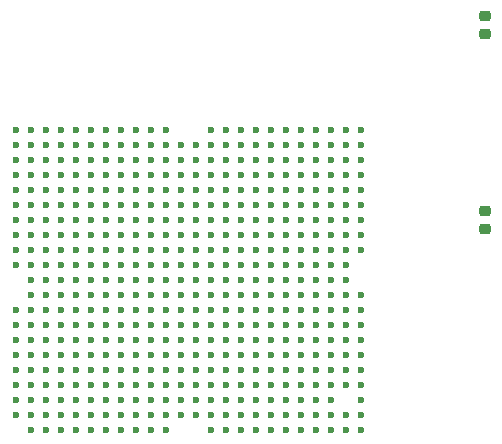
<source format=gbr>
%TF.GenerationSoftware,KiCad,Pcbnew,8.0.2*%
%TF.CreationDate,2024-05-13T17:43:00+03:00*%
%TF.ProjectId,MobileAdapter,4d6f6269-6c65-4416-9461-707465722e6b,rev?*%
%TF.SameCoordinates,Original*%
%TF.FileFunction,Paste,Top*%
%TF.FilePolarity,Positive*%
%FSLAX46Y46*%
G04 Gerber Fmt 4.6, Leading zero omitted, Abs format (unit mm)*
G04 Created by KiCad (PCBNEW 8.0.2) date 2024-05-13 17:43:00*
%MOMM*%
%LPD*%
G01*
G04 APERTURE LIST*
G04 Aperture macros list*
%AMRoundRect*
0 Rectangle with rounded corners*
0 $1 Rounding radius*
0 $2 $3 $4 $5 $6 $7 $8 $9 X,Y pos of 4 corners*
0 Add a 4 corners polygon primitive as box body*
4,1,4,$2,$3,$4,$5,$6,$7,$8,$9,$2,$3,0*
0 Add four circle primitives for the rounded corners*
1,1,$1+$1,$2,$3*
1,1,$1+$1,$4,$5*
1,1,$1+$1,$6,$7*
1,1,$1+$1,$8,$9*
0 Add four rect primitives between the rounded corners*
20,1,$1+$1,$2,$3,$4,$5,0*
20,1,$1+$1,$4,$5,$6,$7,0*
20,1,$1+$1,$6,$7,$8,$9,0*
20,1,$1+$1,$8,$9,$2,$3,0*%
G04 Aperture macros list end*
%ADD10RoundRect,0.225000X0.250000X-0.225000X0.250000X0.225000X-0.250000X0.225000X-0.250000X-0.225000X0*%
%ADD11RoundRect,0.225000X-0.250000X0.225000X-0.250000X-0.225000X0.250000X-0.225000X0.250000X0.225000X0*%
%ADD12C,0.600000*%
G04 APERTURE END LIST*
D10*
%TO.C,R12*%
X138176000Y-69075000D03*
X138176000Y-70625000D03*
%TD*%
D11*
%TO.C,R1*%
X138176000Y-87135000D03*
X138176000Y-85585000D03*
%TD*%
D12*
%TO.C,micro-PGA1*%
X111125000Y-101600000D03*
X109855000Y-101600000D03*
X108585000Y-102870000D03*
X111125000Y-100330000D03*
X111125000Y-104140000D03*
X109855000Y-99060000D03*
X109855000Y-104140000D03*
X108585000Y-104140000D03*
X108585000Y-101600000D03*
X109855000Y-100330000D03*
X106045000Y-104140000D03*
X107315000Y-104140000D03*
X103505000Y-100330000D03*
X104775000Y-104140000D03*
X104775000Y-100330000D03*
X104775000Y-102870000D03*
X103505000Y-104140000D03*
X100965000Y-100330000D03*
X127635000Y-92710000D03*
X102235000Y-101600000D03*
X102235000Y-104140000D03*
X103505000Y-102870000D03*
X102235000Y-99060000D03*
X102235000Y-100330000D03*
X100965000Y-101600000D03*
X100965000Y-104140000D03*
X99695000Y-101600000D03*
X98425000Y-101600000D03*
X99695000Y-102870000D03*
X100965000Y-102870000D03*
X98425000Y-100330000D03*
X98425000Y-99060000D03*
X99695000Y-100330000D03*
X100965000Y-99060000D03*
X125095000Y-102870000D03*
X123825000Y-104140000D03*
X125095000Y-104140000D03*
X122555000Y-102870000D03*
X112395000Y-101600000D03*
X103505000Y-97790000D03*
X120015000Y-78740000D03*
X117475000Y-100330000D03*
X123825000Y-78740000D03*
X122555000Y-78740000D03*
X121285000Y-78740000D03*
X121285000Y-81280000D03*
X118745000Y-100330000D03*
X100965000Y-97790000D03*
X123825000Y-90170000D03*
X125095000Y-86360000D03*
X114935000Y-102870000D03*
X123825000Y-93980000D03*
X127635000Y-82550000D03*
X102235000Y-92710000D03*
X102235000Y-91440000D03*
X100965000Y-96520000D03*
X100965000Y-95250000D03*
X99695000Y-93980000D03*
X98425000Y-93980000D03*
X100965000Y-92710000D03*
X99695000Y-91440000D03*
X100965000Y-90170000D03*
X99695000Y-88900000D03*
X98425000Y-87630000D03*
X99695000Y-90170000D03*
X103505000Y-90170000D03*
X99695000Y-85090000D03*
X98425000Y-88900000D03*
X102235000Y-88900000D03*
X102235000Y-86360000D03*
X102235000Y-90170000D03*
X99695000Y-87630000D03*
X103505000Y-87630000D03*
X100965000Y-88900000D03*
X98425000Y-81280000D03*
X99695000Y-83820000D03*
X98425000Y-82550000D03*
X100965000Y-83820000D03*
X102235000Y-83820000D03*
X100965000Y-82550000D03*
X99695000Y-81280000D03*
X102235000Y-82550000D03*
X99695000Y-80010000D03*
X98425000Y-80010000D03*
X99695000Y-78740000D03*
X102235000Y-81280000D03*
X100965000Y-78740000D03*
X103505000Y-82550000D03*
X100965000Y-80010000D03*
X104775000Y-81280000D03*
X102235000Y-80010000D03*
X102235000Y-78740000D03*
X107315000Y-82550000D03*
X104775000Y-82550000D03*
X108585000Y-82550000D03*
X104775000Y-78740000D03*
X103505000Y-80010000D03*
X107315000Y-81280000D03*
X103505000Y-78740000D03*
X108585000Y-80010000D03*
X107315000Y-78740000D03*
X111125000Y-82550000D03*
X106045000Y-80010000D03*
X114935000Y-82550000D03*
X106045000Y-78740000D03*
X109855000Y-82550000D03*
X109855000Y-78740000D03*
X112395000Y-82550000D03*
X111125000Y-78740000D03*
X116205000Y-81280000D03*
X109855000Y-81280000D03*
X117475000Y-80010000D03*
X108585000Y-78740000D03*
X111125000Y-80010000D03*
X112395000Y-81280000D03*
X118745000Y-82550000D03*
X116205000Y-82550000D03*
X123825000Y-101600000D03*
X118745000Y-101600000D03*
X120015000Y-80010000D03*
X117475000Y-78740000D03*
X118745000Y-78740000D03*
X116205000Y-78740000D03*
X120015000Y-82550000D03*
X114935000Y-78740000D03*
X114935000Y-80010000D03*
X118745000Y-81280000D03*
X117475000Y-104140000D03*
X123825000Y-85090000D03*
X126365000Y-90170000D03*
X126365000Y-93980000D03*
X116205000Y-102870000D03*
X120015000Y-104140000D03*
X122555000Y-100330000D03*
X127635000Y-93980000D03*
X126365000Y-88900000D03*
X123825000Y-92710000D03*
X125095000Y-82550000D03*
X126365000Y-81280000D03*
X116205000Y-104140000D03*
X106045000Y-102870000D03*
X107315000Y-101600000D03*
X114935000Y-101600000D03*
X112395000Y-100330000D03*
X114935000Y-100330000D03*
X106045000Y-99060000D03*
X107315000Y-99060000D03*
X108585000Y-99060000D03*
X112395000Y-99060000D03*
X123825000Y-99060000D03*
X102235000Y-95250000D03*
X100965000Y-87630000D03*
X102235000Y-87630000D03*
X98425000Y-86360000D03*
X103505000Y-86360000D03*
X127635000Y-86360000D03*
X98425000Y-85090000D03*
X102235000Y-85090000D03*
X98425000Y-83820000D03*
X126365000Y-83820000D03*
X106045000Y-82550000D03*
X123825000Y-81280000D03*
X126365000Y-80010000D03*
X123825000Y-82550000D03*
X125095000Y-78740000D03*
X122555000Y-80010000D03*
X111125000Y-102870000D03*
X112395000Y-102870000D03*
X121285000Y-80010000D03*
X125095000Y-80010000D03*
X120015000Y-99060000D03*
X117475000Y-102870000D03*
X120015000Y-100330000D03*
X120015000Y-102870000D03*
X121285000Y-101600000D03*
X121285000Y-99060000D03*
X98425000Y-97790000D03*
X121285000Y-102870000D03*
X118745000Y-104140000D03*
X123825000Y-102870000D03*
X121285000Y-104140000D03*
X122555000Y-104140000D03*
X125095000Y-81280000D03*
X127635000Y-81280000D03*
X125095000Y-90170000D03*
X125095000Y-92710000D03*
X126365000Y-91440000D03*
X123825000Y-91440000D03*
X127635000Y-88900000D03*
X126365000Y-86360000D03*
X127635000Y-83820000D03*
X122555000Y-99060000D03*
X113665000Y-99060000D03*
X106045000Y-100330000D03*
X107315000Y-100330000D03*
X123825000Y-83820000D03*
X127635000Y-80010000D03*
X123825000Y-86360000D03*
X125095000Y-85090000D03*
X127635000Y-87630000D03*
X118745000Y-102870000D03*
X123825000Y-87630000D03*
X108585000Y-96520000D03*
X111125000Y-96520000D03*
X113665000Y-96520000D03*
X116205000Y-96520000D03*
X118745000Y-96520000D03*
X107315000Y-95250000D03*
X109855000Y-95250000D03*
X112395000Y-95250000D03*
X114935000Y-95250000D03*
X117475000Y-95250000D03*
X108585000Y-93980000D03*
X111125000Y-93980000D03*
X113665000Y-93980000D03*
X116205000Y-93980000D03*
X118745000Y-93980000D03*
X107315000Y-92710000D03*
X109855000Y-92710000D03*
X112395000Y-92710000D03*
X114935000Y-92710000D03*
X117475000Y-92710000D03*
X108585000Y-91440000D03*
X111125000Y-91440000D03*
X113665000Y-91440000D03*
X116205000Y-91440000D03*
X118745000Y-91440000D03*
X107315000Y-90170000D03*
X109855000Y-90170000D03*
X112395000Y-90170000D03*
X114935000Y-90170000D03*
X117475000Y-90170000D03*
X108585000Y-88900000D03*
X111125000Y-88900000D03*
X113665000Y-88900000D03*
X116205000Y-88900000D03*
X118745000Y-88900000D03*
X107315000Y-87630000D03*
X109855000Y-87630000D03*
X112395000Y-87630000D03*
X114935000Y-87630000D03*
X117475000Y-87630000D03*
X108585000Y-86360000D03*
X111125000Y-86360000D03*
X113665000Y-86360000D03*
X116205000Y-86360000D03*
X118745000Y-86360000D03*
X107315000Y-85090000D03*
X109855000Y-85090000D03*
X112395000Y-85090000D03*
X114935000Y-85090000D03*
X117475000Y-85090000D03*
X114935000Y-104140000D03*
X106045000Y-97790000D03*
X107315000Y-97790000D03*
X108585000Y-97790000D03*
X109855000Y-97790000D03*
X111125000Y-97790000D03*
X112395000Y-97790000D03*
X113665000Y-97790000D03*
X114935000Y-97790000D03*
X116205000Y-97790000D03*
X117475000Y-97790000D03*
X118745000Y-97790000D03*
X120015000Y-97790000D03*
X121285000Y-97790000D03*
X122555000Y-97790000D03*
X123825000Y-97790000D03*
X125095000Y-97790000D03*
X126365000Y-97790000D03*
X127635000Y-97790000D03*
X106045000Y-96520000D03*
X120015000Y-96520000D03*
X121285000Y-96520000D03*
X122555000Y-96520000D03*
X123825000Y-96520000D03*
X125095000Y-96520000D03*
X126365000Y-96520000D03*
X127635000Y-96520000D03*
X106045000Y-95250000D03*
X120015000Y-95250000D03*
X121285000Y-95250000D03*
X122555000Y-95250000D03*
X123825000Y-95250000D03*
X125095000Y-95250000D03*
X126365000Y-95250000D03*
X127635000Y-95250000D03*
X106045000Y-93980000D03*
X120015000Y-93980000D03*
X121285000Y-93980000D03*
X106045000Y-92710000D03*
X120015000Y-92710000D03*
X121285000Y-92710000D03*
X106045000Y-91440000D03*
X120015000Y-91440000D03*
X121285000Y-91440000D03*
X106045000Y-90170000D03*
X120015000Y-90170000D03*
X121285000Y-90170000D03*
X106045000Y-88900000D03*
X120015000Y-88900000D03*
X121285000Y-88900000D03*
X106045000Y-87630000D03*
X120015000Y-87630000D03*
X121285000Y-87630000D03*
X106045000Y-86360000D03*
X120015000Y-86360000D03*
X121285000Y-86360000D03*
X106045000Y-85090000D03*
X120015000Y-85090000D03*
X121285000Y-85090000D03*
X106045000Y-83820000D03*
X107315000Y-83820000D03*
X108585000Y-83820000D03*
X109855000Y-83820000D03*
X111125000Y-83820000D03*
X112395000Y-83820000D03*
X113665000Y-83820000D03*
X114935000Y-83820000D03*
X116205000Y-83820000D03*
X117475000Y-83820000D03*
X118745000Y-83820000D03*
X120015000Y-83820000D03*
X121285000Y-83820000D03*
X127635000Y-102870000D03*
X127635000Y-101600000D03*
X127635000Y-100330000D03*
X126365000Y-100330000D03*
X125095000Y-100330000D03*
X103505000Y-99060000D03*
X104775000Y-99060000D03*
X103505000Y-85090000D03*
X103505000Y-83820000D03*
X104775000Y-83820000D03*
X122555000Y-83820000D03*
X122555000Y-82550000D03*
X99695000Y-104140000D03*
X126365000Y-104140000D03*
X127635000Y-104140000D03*
X98425000Y-102870000D03*
X102235000Y-102870000D03*
X107315000Y-102870000D03*
X109855000Y-102870000D03*
X113665000Y-102870000D03*
X126365000Y-102870000D03*
X103505000Y-101600000D03*
X104775000Y-101600000D03*
X106045000Y-101600000D03*
X113665000Y-101600000D03*
X116205000Y-101600000D03*
X117475000Y-101600000D03*
X120015000Y-101600000D03*
X122555000Y-101600000D03*
X125095000Y-101600000D03*
X108585000Y-100330000D03*
X113665000Y-100330000D03*
X116205000Y-100330000D03*
X121285000Y-100330000D03*
X123825000Y-100330000D03*
X99695000Y-99060000D03*
X111125000Y-99060000D03*
X114935000Y-99060000D03*
X116205000Y-99060000D03*
X117475000Y-99060000D03*
X118745000Y-99060000D03*
X125095000Y-99060000D03*
X126365000Y-99060000D03*
X127635000Y-99060000D03*
X99695000Y-97790000D03*
X102235000Y-97790000D03*
X104775000Y-97790000D03*
X98425000Y-96520000D03*
X99695000Y-96520000D03*
X102235000Y-96520000D03*
X103505000Y-96520000D03*
X104775000Y-96520000D03*
X107315000Y-96520000D03*
X109855000Y-96520000D03*
X112395000Y-96520000D03*
X114935000Y-96520000D03*
X117475000Y-96520000D03*
X98425000Y-95250000D03*
X99695000Y-95250000D03*
X103505000Y-95250000D03*
X104775000Y-95250000D03*
X108585000Y-95250000D03*
X111125000Y-95250000D03*
X113665000Y-95250000D03*
X116205000Y-95250000D03*
X118745000Y-95250000D03*
X100965000Y-93980000D03*
X102235000Y-93980000D03*
X103505000Y-93980000D03*
X104775000Y-93980000D03*
X107315000Y-93980000D03*
X109855000Y-93980000D03*
X112395000Y-93980000D03*
X114935000Y-93980000D03*
X117475000Y-93980000D03*
X122555000Y-93980000D03*
X125095000Y-93980000D03*
X99695000Y-92710000D03*
X103505000Y-92710000D03*
X104775000Y-92710000D03*
X108585000Y-92710000D03*
X111125000Y-92710000D03*
X113665000Y-92710000D03*
X116205000Y-92710000D03*
X118745000Y-92710000D03*
X122555000Y-92710000D03*
X126365000Y-92710000D03*
X100965000Y-91440000D03*
X103505000Y-91440000D03*
X104775000Y-91440000D03*
X107315000Y-91440000D03*
X109855000Y-91440000D03*
X112395000Y-91440000D03*
X114935000Y-91440000D03*
X117475000Y-91440000D03*
X122555000Y-91440000D03*
X125095000Y-91440000D03*
X98425000Y-90170000D03*
X104775000Y-90170000D03*
X108585000Y-90170000D03*
X111125000Y-90170000D03*
X113665000Y-90170000D03*
X116205000Y-90170000D03*
X118745000Y-90170000D03*
X122555000Y-90170000D03*
X103505000Y-88900000D03*
X104775000Y-88900000D03*
X107315000Y-88900000D03*
X109855000Y-88900000D03*
X112395000Y-88900000D03*
X114935000Y-88900000D03*
X117475000Y-88900000D03*
X122555000Y-88900000D03*
X123825000Y-88900000D03*
X125095000Y-88900000D03*
X104775000Y-87630000D03*
X108585000Y-87630000D03*
X111125000Y-87630000D03*
X113665000Y-87630000D03*
X116205000Y-87630000D03*
X118745000Y-87630000D03*
X122555000Y-87630000D03*
X125095000Y-87630000D03*
X126365000Y-87630000D03*
X99695000Y-86360000D03*
X100965000Y-86360000D03*
X104775000Y-86360000D03*
X107315000Y-86360000D03*
X109855000Y-86360000D03*
X112395000Y-86360000D03*
X114935000Y-86360000D03*
X117475000Y-86360000D03*
X122555000Y-86360000D03*
X100965000Y-85090000D03*
X104775000Y-85090000D03*
X108585000Y-85090000D03*
X111125000Y-85090000D03*
X113665000Y-85090000D03*
X116205000Y-85090000D03*
X118745000Y-85090000D03*
X122555000Y-85090000D03*
X126365000Y-85090000D03*
X127635000Y-85090000D03*
X125095000Y-83820000D03*
X99695000Y-82550000D03*
X113665000Y-82550000D03*
X117475000Y-82550000D03*
X121285000Y-82550000D03*
X126365000Y-82550000D03*
X100965000Y-81280000D03*
X103505000Y-81280000D03*
X106045000Y-81280000D03*
X108585000Y-81280000D03*
X111125000Y-81280000D03*
X113665000Y-81280000D03*
X114935000Y-81280000D03*
X117475000Y-81280000D03*
X120015000Y-81280000D03*
X122555000Y-81280000D03*
X104775000Y-80010000D03*
X107315000Y-80010000D03*
X109855000Y-80010000D03*
X112395000Y-80010000D03*
X113665000Y-80010000D03*
X116205000Y-80010000D03*
X118745000Y-80010000D03*
X123825000Y-80010000D03*
X98425000Y-78740000D03*
X126365000Y-78740000D03*
X127635000Y-78740000D03*
%TD*%
M02*

</source>
